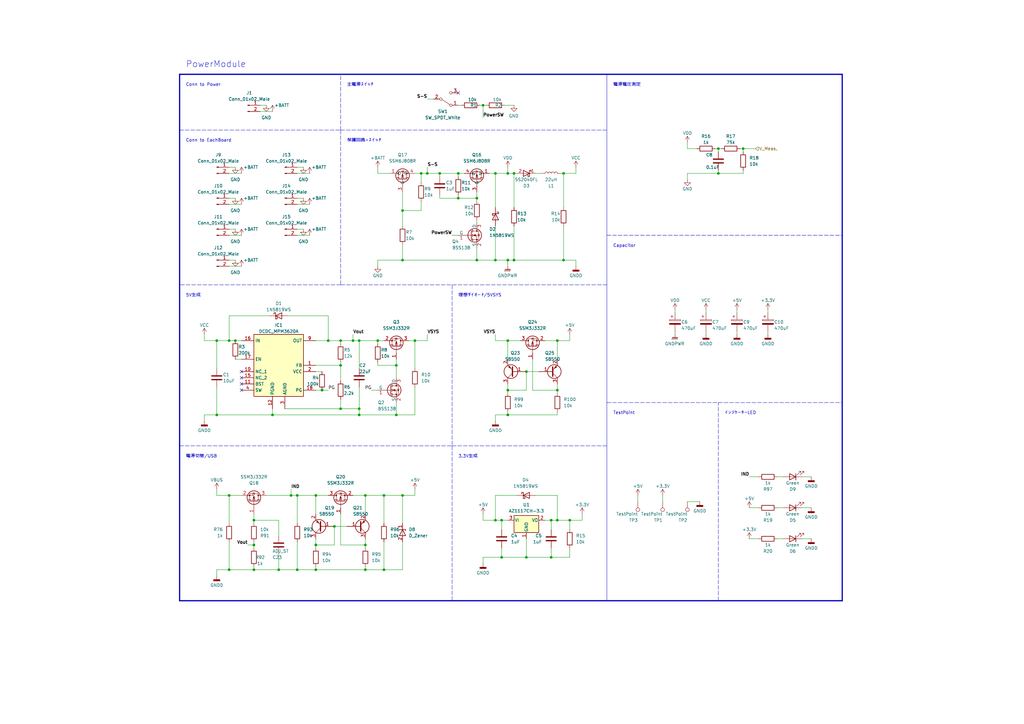
<source format=kicad_sch>
(kicad_sch (version 20230121) (generator eeschema)
  (paper "A3")
  (junction (at 129.54 233.68))
  (junction (at 119.38 203.2))
  (junction (at 195.58 106.68))
  (junction (at 187.96 81.28))
  (junction (at 157.48 233.68))
  (junction (at 139.7 139.7))
  (junction (at 170.18 139.7))
  (junction (at 149.86 233.68))
  (junction (at 233.68 213.36))
  (junction (at 198.12 43.18))
  (junction (at 132.08 160.02))
  (junction (at 172.72 71.12))
  (junction (at 137.16 215.9))
  (junction (at 93.98 233.68))
  (junction (at 208.28 71.12))
  (junction (at 104.14 213.36))
  (junction (at 96.52 139.7))
  (junction (at 111.76 170.18))
  (junction (at 149.86 203.2))
  (junction (at 226.06 228.6))
  (junction (at 114.3 233.68))
  (junction (at 165.1 106.68))
  (junction (at 165.1 86.36))
  (junction (at 203.2 106.68))
  (junction (at 162.56 170.18))
  (junction (at 210.82 106.68))
  (junction (at 195.58 81.28))
  (junction (at 93.98 203.2))
  (junction (at 134.62 139.7))
  (junction (at 129.54 203.2))
  (junction (at 228.6 139.7))
  (junction (at 147.32 170.18))
  (junction (at 121.92 203.2))
  (junction (at 203.2 213.36))
  (junction (at 147.32 139.7))
  (junction (at 139.7 149.86))
  (junction (at 162.56 149.86))
  (junction (at 121.92 233.68))
  (junction (at 187.96 71.12))
  (junction (at 175.26 71.12))
  (junction (at 208.28 139.7))
  (junction (at 231.14 106.68))
  (junction (at 231.14 71.12))
  (junction (at 228.6 213.36))
  (junction (at 226.06 213.36))
  (junction (at 208.28 160.02))
  (junction (at 205.74 228.6))
  (junction (at 205.74 213.36))
  (junction (at 180.34 71.12))
  (junction (at 294.64 71.12))
  (junction (at 228.6 160.02))
  (junction (at 157.48 203.2))
  (junction (at 147.32 167.64))
  (junction (at 304.8 60.96))
  (junction (at 215.9 152.4))
  (junction (at 139.7 167.64))
  (junction (at 210.82 71.12))
  (junction (at 215.9 228.6))
  (junction (at 149.86 223.52))
  (junction (at 165.1 203.2))
  (junction (at 208.28 170.18))
  (junction (at 208.28 106.68))
  (junction (at 294.64 60.96))
  (junction (at 104.14 223.52))
  (junction (at 93.98 139.7))
  (junction (at 104.14 233.68))
  (junction (at 203.2 71.12))
  (junction (at 144.78 139.7))
  (junction (at 88.9 139.7))
  (junction (at 154.94 139.7))
  (junction (at 129.54 223.52))
  (junction (at 88.9 170.18))
  (no_connect (at 187.96 38.1))
  (no_connect (at 99.06 157.48))
  (no_connect (at 99.06 154.94))
  (no_connect (at 99.06 160.02))
  (no_connect (at 99.06 152.4))
  (wire (pts (xy 226.06 224.79) (xy 226.06 228.6)))
  (wire (pts (xy 165.1 86.36) (xy 165.1 92.71)))
  (wire (pts (xy 139.7 210.82) (xy 139.7 223.52)))
  (wire (pts (xy 215.9 220.98) (xy 215.9 228.6)))
  (wire (pts (xy 114.3 227.33) (xy 114.3 233.68)))
  (wire (pts (xy 88.9 151.13) (xy 88.9 139.7)))
  (wire (pts (xy 238.76 210.82) (xy 238.76 213.36)))
  (wire (pts (xy 198.12 228.6) (xy 198.12 231.14)))
  (wire (pts (xy 318.77 195.58) (xy 321.31 195.58)))
  (wire (pts (xy 121.92 83.82) (xy 127 83.82)))
  (wire (pts (xy 208.28 160.02) (xy 215.9 160.02)))
  (wire (pts (xy 129.54 233.68) (xy 149.86 233.68)))
  (wire (pts (xy 170.18 170.18) (xy 162.56 170.18)))
  (wire (pts (xy 111.76 170.18) (xy 147.32 170.18)))
  (wire (pts (xy 203.2 170.18) (xy 203.2 172.72)))
  (wire (pts (xy 236.22 106.68) (xy 236.22 109.22)))
  (wire (pts (xy 121.92 233.68) (xy 129.54 233.68)))
  (wire (pts (xy 101.6 223.52) (xy 104.14 223.52)))
  (wire (pts (xy 205.74 228.6) (xy 215.9 228.6)))
  (wire (pts (xy 152.4 160.02) (xy 154.94 160.02)))
  (wire (pts (xy 111.76 167.64) (xy 111.76 170.18)))
  (polyline (pts (xy 345.44 30.48) (xy 345.44 246.38)) (stroke (width 0.5) (type solid)))
  (wire (pts (xy 289.56 135.89) (xy 289.56 137.16)))
  (wire (pts (xy 157.48 203.2) (xy 165.1 203.2)))
  (wire (pts (xy 139.7 148.59) (xy 139.7 149.86)))
  (wire (pts (xy 154.94 71.12) (xy 160.02 71.12)))
  (wire (pts (xy 93.98 233.68) (xy 104.14 233.68)))
  (wire (pts (xy 114.3 233.68) (xy 121.92 233.68)))
  (wire (pts (xy 210.82 71.12) (xy 212.09 71.12)))
  (wire (pts (xy 104.14 214.63) (xy 104.14 213.36)))
  (wire (pts (xy 170.18 200.66) (xy 170.18 203.2)))
  (wire (pts (xy 271.78 203.2) (xy 271.78 205.74)))
  (polyline (pts (xy 73.66 30.48) (xy 345.44 30.48)) (stroke (width 0.5) (type solid)))
  (wire (pts (xy 231.14 71.12) (xy 231.14 85.09)))
  (wire (pts (xy 228.6 213.36) (xy 233.68 213.36)))
  (polyline (pts (xy 139.7 53.34) (xy 139.7 116.84)) (stroke (width 0) (type dash)))
  (wire (pts (xy 129.54 232.41) (xy 129.54 233.68)))
  (wire (pts (xy 198.12 43.18) (xy 199.39 43.18)))
  (wire (pts (xy 149.86 232.41) (xy 149.86 233.68)))
  (wire (pts (xy 205.74 224.79) (xy 205.74 228.6)))
  (wire (pts (xy 195.58 78.74) (xy 195.58 81.28)))
  (wire (pts (xy 162.56 149.86) (xy 162.56 154.94)))
  (wire (pts (xy 93.98 129.54) (xy 110.49 129.54)))
  (wire (pts (xy 104.14 222.25) (xy 104.14 223.52)))
  (wire (pts (xy 261.62 203.2) (xy 261.62 205.74)))
  (wire (pts (xy 83.82 170.18) (xy 83.82 172.72)))
  (polyline (pts (xy 248.92 165.1) (xy 294.64 165.1)) (stroke (width 0) (type dash)))
  (wire (pts (xy 149.86 210.82) (xy 149.86 203.2)))
  (wire (pts (xy 228.6 168.91) (xy 228.6 170.18)))
  (wire (pts (xy 196.85 43.18) (xy 198.12 43.18)))
  (wire (pts (xy 170.18 158.75) (xy 170.18 170.18)))
  (wire (pts (xy 154.94 139.7) (xy 154.94 140.97)))
  (wire (pts (xy 187.96 71.12) (xy 190.5 71.12)))
  (wire (pts (xy 236.22 106.68) (xy 231.14 106.68)))
  (wire (pts (xy 228.6 147.32) (xy 228.6 139.7)))
  (wire (pts (xy 205.74 213.36) (xy 205.74 217.17)))
  (wire (pts (xy 210.82 106.68) (xy 231.14 106.68)))
  (wire (pts (xy 167.64 139.7) (xy 170.18 139.7)))
  (wire (pts (xy 180.34 71.12) (xy 180.34 72.39)))
  (wire (pts (xy 165.1 106.68) (xy 195.58 106.68)))
  (polyline (pts (xy 185.42 182.88) (xy 185.42 246.38)) (stroke (width 0) (type dash)))
  (wire (pts (xy 118.11 129.54) (xy 134.62 129.54)))
  (wire (pts (xy 172.72 71.12) (xy 175.26 71.12)))
  (wire (pts (xy 218.44 160.02) (xy 228.6 160.02)))
  (wire (pts (xy 144.78 137.16) (xy 144.78 139.7)))
  (wire (pts (xy 172.72 82.55) (xy 172.72 86.36)))
  (wire (pts (xy 187.96 80.01) (xy 187.96 81.28)))
  (wire (pts (xy 294.64 62.23) (xy 294.64 60.96)))
  (wire (pts (xy 154.94 68.58) (xy 154.94 71.12)))
  (wire (pts (xy 314.96 135.89) (xy 314.96 137.16)))
  (wire (pts (xy 203.2 106.68) (xy 208.28 106.68)))
  (wire (pts (xy 208.28 106.68) (xy 210.82 106.68)))
  (wire (pts (xy 154.94 139.7) (xy 157.48 139.7)))
  (wire (pts (xy 233.68 213.36) (xy 233.68 217.17)))
  (polyline (pts (xy 139.7 53.34) (xy 248.92 53.34)) (stroke (width 0) (type dash)))
  (wire (pts (xy 226.06 213.36) (xy 226.06 217.17)))
  (wire (pts (xy 304.8 69.85) (xy 304.8 71.12)))
  (wire (pts (xy 121.92 214.63) (xy 121.92 203.2)))
  (wire (pts (xy 129.54 139.7) (xy 134.62 139.7)))
  (wire (pts (xy 134.62 203.2) (xy 129.54 203.2)))
  (wire (pts (xy 198.12 213.36) (xy 203.2 213.36)))
  (polyline (pts (xy 248.92 116.84) (xy 139.7 116.84)) (stroke (width 0) (type dash)))
  (wire (pts (xy 172.72 86.36) (xy 165.1 86.36)))
  (wire (pts (xy 121.92 222.25) (xy 121.92 233.68)))
  (wire (pts (xy 137.16 215.9) (xy 142.24 215.9)))
  (wire (pts (xy 219.71 203.2) (xy 228.6 203.2)))
  (wire (pts (xy 93.98 93.98) (xy 96.52 93.98)))
  (wire (pts (xy 93.98 81.28) (xy 96.52 81.28)))
  (wire (pts (xy 137.16 223.52) (xy 137.16 215.9)))
  (wire (pts (xy 185.42 96.52) (xy 187.96 96.52)))
  (wire (pts (xy 93.98 96.52) (xy 99.06 96.52)))
  (wire (pts (xy 302.26 135.89) (xy 302.26 137.16)))
  (wire (pts (xy 96.52 147.32) (xy 99.06 147.32)))
  (wire (pts (xy 88.9 139.7) (xy 93.98 139.7)))
  (polyline (pts (xy 248.92 96.52) (xy 345.44 96.52)) (stroke (width 0) (type dash)))
  (wire (pts (xy 215.9 152.4) (xy 220.98 152.4)))
  (wire (pts (xy 93.98 129.54) (xy 93.98 139.7)))
  (wire (pts (xy 203.2 71.12) (xy 208.28 71.12)))
  (wire (pts (xy 215.9 228.6) (xy 226.06 228.6)))
  (wire (pts (xy 157.48 233.68) (xy 149.86 233.68)))
  (wire (pts (xy 83.82 139.7) (xy 88.9 139.7)))
  (wire (pts (xy 208.28 168.91) (xy 208.28 170.18)))
  (wire (pts (xy 147.32 167.64) (xy 147.32 158.75)))
  (wire (pts (xy 144.78 139.7) (xy 147.32 139.7)))
  (wire (pts (xy 175.26 40.64) (xy 177.8 40.64)))
  (wire (pts (xy 93.98 68.58) (xy 96.52 68.58)))
  (wire (pts (xy 187.96 43.18) (xy 189.23 43.18)))
  (wire (pts (xy 328.93 208.28) (xy 332.74 208.28)))
  (wire (pts (xy 129.54 152.4) (xy 132.08 152.4)))
  (wire (pts (xy 104.14 233.68) (xy 104.14 232.41)))
  (wire (pts (xy 157.48 222.25) (xy 157.48 233.68)))
  (wire (pts (xy 208.28 160.02) (xy 208.28 161.29)))
  (wire (pts (xy 129.54 223.52) (xy 129.54 224.79)))
  (wire (pts (xy 228.6 160.02) (xy 228.6 161.29)))
  (wire (pts (xy 175.26 68.58) (xy 175.26 71.12)))
  (wire (pts (xy 187.96 81.28) (xy 195.58 81.28)))
  (wire (pts (xy 219.71 71.12) (xy 222.25 71.12)))
  (wire (pts (xy 93.98 71.12) (xy 99.06 71.12)))
  (wire (pts (xy 104.14 233.68) (xy 114.3 233.68)))
  (wire (pts (xy 96.52 139.7) (xy 99.06 139.7)))
  (wire (pts (xy 93.98 109.22) (xy 99.06 109.22)))
  (wire (pts (xy 170.18 139.7) (xy 170.18 151.13)))
  (wire (pts (xy 154.94 148.59) (xy 154.94 149.86)))
  (wire (pts (xy 294.64 60.96) (xy 293.37 60.96)))
  (wire (pts (xy 203.2 137.16) (xy 203.2 139.7)))
  (wire (pts (xy 104.14 213.36) (xy 104.14 210.82)))
  (polyline (pts (xy 73.66 246.38) (xy 73.66 30.48)) (stroke (width 0.5) (type solid)))
  (wire (pts (xy 213.36 139.7) (xy 208.28 139.7)))
  (wire (pts (xy 180.34 81.28) (xy 187.96 81.28)))
  (polyline (pts (xy 73.66 53.34) (xy 139.7 53.34)) (stroke (width 0) (type dash)))
  (wire (pts (xy 208.28 109.22) (xy 208.28 106.68)))
  (wire (pts (xy 162.56 147.32) (xy 162.56 149.86)))
  (wire (pts (xy 203.2 203.2) (xy 203.2 213.36)))
  (wire (pts (xy 294.64 60.96) (xy 295.91 60.96)))
  (wire (pts (xy 294.64 69.85) (xy 294.64 71.12)))
  (wire (pts (xy 170.18 139.7) (xy 175.26 139.7)))
  (wire (pts (xy 175.26 71.12) (xy 180.34 71.12)))
  (wire (pts (xy 200.66 71.12) (xy 203.2 71.12)))
  (wire (pts (xy 93.98 106.68) (xy 96.52 106.68)))
  (wire (pts (xy 121.92 93.98) (xy 124.46 93.98)))
  (wire (pts (xy 165.1 203.2) (xy 170.18 203.2)))
  (polyline (pts (xy 294.64 246.38) (xy 294.64 165.1)) (stroke (width 0) (type dash)))
  (wire (pts (xy 88.9 233.68) (xy 93.98 233.68)))
  (wire (pts (xy 233.68 213.36) (xy 238.76 213.36)))
  (wire (pts (xy 195.58 81.28) (xy 195.58 82.55)))
  (polyline (pts (xy 185.42 182.88) (xy 248.92 182.88)) (stroke (width 0) (type dash)))
  (wire (pts (xy 106.68 45.72) (xy 111.76 45.72)))
  (wire (pts (xy 165.1 78.74) (xy 165.1 86.36)))
  (wire (pts (xy 139.7 139.7) (xy 139.7 140.97)))
  (wire (pts (xy 147.32 139.7) (xy 147.32 151.13)))
  (wire (pts (xy 119.38 200.66) (xy 119.38 203.2)))
  (wire (pts (xy 165.1 233.68) (xy 157.48 233.68)))
  (wire (pts (xy 226.06 228.6) (xy 233.68 228.6)))
  (wire (pts (xy 157.48 203.2) (xy 157.48 214.63)))
  (wire (pts (xy 276.86 127) (xy 276.86 128.27)))
  (wire (pts (xy 231.14 92.71) (xy 231.14 106.68)))
  (wire (pts (xy 149.86 223.52) (xy 149.86 224.79)))
  (wire (pts (xy 203.2 213.36) (xy 205.74 213.36)))
  (wire (pts (xy 208.28 170.18) (xy 228.6 170.18)))
  (wire (pts (xy 233.68 224.79) (xy 233.68 228.6)))
  (wire (pts (xy 281.94 60.96) (xy 285.75 60.96)))
  (wire (pts (xy 149.86 203.2) (xy 157.48 203.2)))
  (wire (pts (xy 203.2 71.12) (xy 203.2 85.09)))
  (polyline (pts (xy 139.7 116.84) (xy 73.66 116.84)) (stroke (width 0) (type dash)))
  (wire (pts (xy 139.7 163.83) (xy 139.7 167.64)))
  (wire (pts (xy 228.6 203.2) (xy 228.6 213.36)))
  (wire (pts (xy 129.54 203.2) (xy 129.54 210.82)))
  (wire (pts (xy 281.94 71.12) (xy 294.64 71.12)))
  (wire (pts (xy 121.92 68.58) (xy 124.46 68.58)))
  (wire (pts (xy 314.96 127) (xy 314.96 128.27)))
  (wire (pts (xy 170.18 71.12) (xy 172.72 71.12)))
  (wire (pts (xy 226.06 213.36) (xy 228.6 213.36)))
  (wire (pts (xy 198.12 43.18) (xy 198.12 48.26)))
  (polyline (pts (xy 139.7 53.34) (xy 139.7 30.48)) (stroke (width 0) (type dash)))
  (wire (pts (xy 276.86 135.89) (xy 276.86 137.16)))
  (wire (pts (xy 83.82 139.7) (xy 83.82 137.16)))
  (wire (pts (xy 203.2 92.71) (xy 203.2 106.68)))
  (wire (pts (xy 93.98 139.7) (xy 96.52 139.7)))
  (wire (pts (xy 88.9 236.22) (xy 88.9 233.68)))
  (wire (pts (xy 129.54 220.98) (xy 129.54 223.52)))
  (wire (pts (xy 93.98 203.2) (xy 99.06 203.2)))
  (wire (pts (xy 104.14 213.36) (xy 114.3 213.36)))
  (wire (pts (xy 104.14 223.52) (xy 104.14 224.79)))
  (wire (pts (xy 93.98 83.82) (xy 99.06 83.82)))
  (wire (pts (xy 218.44 147.32) (xy 218.44 160.02)))
  (wire (pts (xy 129.54 149.86) (xy 139.7 149.86)))
  (wire (pts (xy 210.82 71.12) (xy 208.28 71.12)))
  (polyline (pts (xy 248.92 30.48) (xy 248.92 246.38)) (stroke (width 0) (type solid)))
  (wire (pts (xy 139.7 223.52) (xy 149.86 223.52)))
  (wire (pts (xy 203.2 170.18) (xy 208.28 170.18)))
  (polyline (pts (xy 185.42 116.84) (xy 185.42 182.88)) (stroke (width 0) (type dash)))
  (wire (pts (xy 195.58 101.6) (xy 195.58 106.68)))
  (wire (pts (xy 208.28 157.48) (xy 208.28 160.02)))
  (wire (pts (xy 318.77 208.28) (xy 321.31 208.28)))
  (wire (pts (xy 289.56 127) (xy 289.56 128.27)))
  (wire (pts (xy 134.62 139.7) (xy 139.7 139.7)))
  (wire (pts (xy 165.1 106.68) (xy 154.94 106.68)))
  (wire (pts (xy 114.3 219.71) (xy 114.3 213.36)))
  (wire (pts (xy 307.34 208.28) (xy 311.15 208.28)))
  (wire (pts (xy 121.92 203.2) (xy 129.54 203.2)))
  (wire (pts (xy 304.8 60.96) (xy 309.88 60.96)))
  (wire (pts (xy 208.28 68.58) (xy 208.28 71.12)))
  (wire (pts (xy 328.93 220.98) (xy 332.74 220.98)))
  (wire (pts (xy 154.94 106.68) (xy 154.94 109.22)))
  (wire (pts (xy 304.8 60.96) (xy 304.8 62.23)))
  (wire (pts (xy 134.62 129.54) (xy 134.62 139.7)))
  (wire (pts (xy 144.78 203.2) (xy 149.86 203.2)))
  (wire (pts (xy 281.94 205.74) (xy 287.02 205.74)))
  (wire (pts (xy 139.7 167.64) (xy 147.32 167.64)))
  (wire (pts (xy 129.54 160.02) (xy 132.08 160.02)))
  (wire (pts (xy 233.68 137.16) (xy 233.68 139.7)))
  (polyline (pts (xy 294.64 165.1) (xy 345.44 165.1)) (stroke (width 0) (type dash)))
  (wire (pts (xy 187.96 71.12) (xy 187.96 72.39)))
  (wire (pts (xy 281.94 73.66) (xy 281.94 71.12)))
  (wire (pts (xy 149.86 220.98) (xy 149.86 223.52)))
  (wire (pts (xy 175.26 137.16) (xy 175.26 139.7)))
  (wire (pts (xy 302.26 127) (xy 302.26 128.27)))
  (wire (pts (xy 83.82 170.18) (xy 88.9 170.18)))
  (wire (pts (xy 109.22 203.2) (xy 119.38 203.2)))
  (wire (pts (xy 88.9 170.18) (xy 111.76 170.18)))
  (wire (pts (xy 203.2 203.2) (xy 212.09 203.2)))
  (wire (pts (xy 294.64 71.12) (xy 304.8 71.12)))
  (wire (pts (xy 281.94 58.42) (xy 281.94 60.96)))
  (wire (pts (xy 147.32 167.64) (xy 147.32 170.18)))
  (wire (pts (xy 88.9 203.2) (xy 93.98 203.2)))
  (wire (pts (xy 132.08 160.02) (xy 134.62 160.02)))
  (wire (pts (xy 228.6 157.48) (xy 228.6 160.02)))
  (wire (pts (xy 223.52 213.36) (xy 226.06 213.36)))
  (wire (pts (xy 215.9 160.02) (xy 215.9 152.4)))
  (wire (pts (xy 203.2 139.7) (xy 208.28 139.7)))
  (wire (pts (xy 154.94 149.86) (xy 162.56 149.86)))
  (wire (pts (xy 139.7 139.7) (xy 144.78 139.7)))
  (wire (pts (xy 229.87 71.12) (xy 231.14 71.12)))
  (wire (pts (xy 106.68 43.18) (xy 109.22 43.18)))
  (wire (pts (xy 210.82 92.71) (xy 210.82 106.68)))
  (wire (pts (xy 208.28 139.7) (xy 208.28 147.32)))
  (wire (pts (xy 207.01 43.18) (xy 210.82 43.18)))
  (wire (pts (xy 228.6 139.7) (xy 233.68 139.7)))
  (wire (pts (xy 121.92 81.28) (xy 124.46 81.28)))
  (wire (pts (xy 165.1 203.2) (xy 165.1 214.63)))
  (wire (pts (xy 180.34 80.01) (xy 180.34 81.28)))
  (wire (pts (xy 210.82 71.12) (xy 210.82 85.09)))
  (wire (pts (xy 165.1 222.25) (xy 165.1 233.68)))
  (wire (pts (xy 121.92 96.52) (xy 127 96.52)))
  (wire (pts (xy 129.54 223.52) (xy 137.16 223.52)))
  (wire (pts (xy 236.22 68.58) (xy 236.22 71.12)))
  (wire (pts (xy 307.34 220.98) (xy 311.15 220.98)))
  (wire (pts (xy 307.34 195.58) (xy 311.15 195.58)))
  (wire (pts (xy 88.9 158.75) (xy 88.9 170.18)))
  (wire (pts (xy 121.92 71.12) (xy 127 71.12)))
  (wire (pts (xy 205.74 213.36) (xy 208.28 213.36)))
  (wire (pts (xy 195.58 90.17) (xy 195.58 91.44)))
  (wire (pts (xy 165.1 100.33) (xy 165.1 106.68)))
  (wire (pts (xy 93.98 222.25) (xy 93.98 233.68)))
  (wire (pts (xy 147.32 170.18) (xy 162.56 170.18)))
  (wire (pts (xy 147.32 139.7) (xy 154.94 139.7)))
  (wire (pts (xy 231.14 71.12) (xy 236.22 71.12)))
  (wire (pts (xy 328.93 195.58) (xy 332.74 195.58)))
  (wire (pts (xy 172.72 71.12) (xy 172.72 74.93)))
  (polyline (pts (xy 345.44 246.38) (xy 73.66 246.38)) (stroke (width 0.5) (type solid)))
  (wire (pts (xy 93.98 203.2) (xy 93.98 214.63)))
  (polyline (pts (xy 73.66 182.88) (xy 185.42 182.88)) (stroke (width 0) (type dash)))
  (wire (pts (xy 180.34 71.12) (xy 187.96 71.12)))
  (wire (pts (xy 139.7 149.86) (xy 139.7 156.21)))
  (wire (pts (xy 198.12 228.6) (xy 205.74 228.6)))
  (wire (pts (xy 88.9 200.66) (xy 88.9 203.2)))
  (wire (pts (xy 318.77 220.98) (xy 321.31 220.98)))
  (wire (pts (xy 119.38 203.2) (xy 121.92 203.2)))
  (wire (pts (xy 223.52 139.7) (xy 228.6 139.7)))
  (wire (pts (xy 195.58 106.68) (xy 203.2 106.68)))
  (wire (pts (xy 303.53 60.96) (xy 304.8 60.96)))
  (wire (pts (xy 116.84 167.64) (xy 139.7 167.64)))
  (wire (pts (xy 162.56 165.1) (xy 162.56 170.18)))
  (wire (pts (xy 198.12 210.82) (xy 198.12 213.36)))
  (text "5V生成" (at 76.2 121.92 0) (effects (font (size 1.27 1.27)) (justify left bottom)))
  (text "電源切替/USB" (at 76.2 187.96 0) (effects (font (size 1.27 1.27)) (justify left bottom)))
  (text "電源電圧測定" (at 251.46 35.56 0) (effects (font (size 1.27 1.27)) (justify left bottom)))
  (text "Conn to EachBoard" (at 76.2 58.42 0) (effects (font (size 1.27 1.27)) (justify left bottom)))
  (text "3.3V生成" (at 187.96 187.96 0) (effects (font (size 1.27 1.27)) (justify left bottom)))
  (text "主電源スイッチ" (at 142.24 35.56 0) (effects (font (size 1.27 1.27)) (justify left bottom)))
  (text "Conn to Power" (at 76.2 35.56 0) (effects (font (size 1.27 1.27)) (justify left bottom)))
  (text "理想ダイオード/5VSYS" (at 187.96 121.92 0) (effects (font (size 1.27 1.27)) (justify left bottom)))
  (text "保護回路・スイッチ" (at 142.24 58.42 0) (effects (font (size 1.27 1.27)) (justify left bottom)))
  (text "TestPoint" (at 251.46 170.18 0) (effects (font (size 1.27 1.27)) (justify left bottom)))
  (text "Capacitor" (at 251.46 101.6 0) (effects (font (size 1.27 1.27)) (justify left bottom)))
  (text "インジケーターLED" (at 297.18 170.18 0) (effects (font (size 1.27 1.27)) (justify left bottom)))
  (text "PowerModule" (at 76.2 27.94 0) (effects (font (size 2.54 2.54)) (justify left bottom)))
  (label "Vout" (at 144.78 137.16 0) (effects (font (thickness 0.254) bold)))
  (label "Vout" (at 101.6 223.52 180) (effects (font (thickness 0.254) bold)))
  (label "VSYS" (at 175.26 137.16 0) (effects (font (thickness 0.254) bold)))
  (label "VSYS" (at 203.2 137.16 180) (effects (font (thickness 0.254) bold)))
  (label "PowerSW" (at 185.42 96.52 180) (effects (font (thickness 0.254) bold)))
  (label "S-S" (at 175.26 40.64 180) (effects (font (thickness 0.254) bold)))
  (label "IND" (at 119.38 200.66 0) (effects (font (thickness 0.254) bold)))
  (label "S-S" (at 175.26 68.58 0) (effects (font (thickness 0.254) bold)))
  (label "IND" (at 307.34 195.58 180) (effects (font (thickness 0.254) bold)))
  (label "PowerSW" (at 198.12 48.26 0) (effects (font (thickness 0.254) bold)))
  (label "PG" (at 152.4 160.02 180))
  (label "PG" (at 134.62 160.02 0))
  (hierarchical_label "V_Meas." (shape input) (at 309.88 60.96 0))
  (symbol (lib_id "Device:C_Polarized") (at 276.86 132.08 0) (unit 1)
    (property "Reference" "C6" (at 279.4 132.08 0) (effects (justify left)))
    (property "Value" "470uF" (at 279.4 134.62 0) (effects (justify left)))
    (property "Footprint" "Capacitor_SMD:C_Elec_8x10.2" (effects hide))
  )
  (symbol (lib_id "power:GND") (at 154.94 109.22 0) (unit 1)
    (property "Reference" "#PWR05" (effects hide))
    (property "Value" "GND" (at 154.94 113.03 0))
  )
  (symbol (lib_id "Device:R") (at 289.56 60.96 90) (unit 1)
    (property "Reference" "R16" (at 289.56 55.88 90))
    (property "Value" "1k" (at 289.56 58.42 90))
    (property "Footprint" "Resistor_SMD:R_0603_1608Metric" (effects hide))
  )
  (symbol (lib_id "Device:LED") (at 325.12 195.58 180) (unit 1)
    (property "Reference" "D9" (at 325.12 200.66 0))
    (property "Value" "Green" (at 325.12 198.12 0))
    (property "Footprint" "LED_SMD:LED_0603_1608Metric_Pad1.05x0.95mm_HandSolder" (effects hide))
  )
  (symbol (lib_id "Device:R") (at 172.72 78.74 0) (unit 1)
    (property "Reference" "R9" (at 173.99 77.47 0) (effects (justify left)))
    (property "Value" "10k" (at 173.99 80.01 0) (effects (justify left)))
    (property "Footprint" "Resistor_SMD:R_0402_1005Metric" (effects hide))
  )
  (symbol (lib_id "Device:L") (at 226.06 71.12 90) (unit 1)
    (property "Reference" "L1" (at 226.06 76.2 90))
    (property "Value" "22uH" (at 226.06 73.66 90))
    (property "Footprint" "MyLibrary:Inductor_CDPH4D19F" (effects hide))
  )
  (symbol (lib_id "power:+5V") (at 198.12 210.82 0) (unit 1)
    (property "Reference" "#PWR07" (effects hide))
    (property "Value" "+5V" (at 198.12 207.01 0))
  )
  (symbol (lib_name "Q_NMOS_GSD_1") (lib_id "Device:Q_NMOS_GSD") (at 160.02 160.02 0) (unit 1)
    (property "Reference" "Q2" (at 154.94 165.1 0) (effects (justify left)))
    (property "Value" "BSS138" (at 154.94 167.64 0) (effects (justify left)))
    (property "Footprint" "Package_TO_SOT_SMD:SOT-23" (effects hide))
  )
  (symbol (lib_id "Device:Q_PNP_BEC") (at 132.08 215.9 180) (unit 1)
    (property "Reference" "Q19" (at 137.16 208.28 0) (effects (justify left)))
    (property "Value" "S8550" (at 137.16 210.82 0) (effects (justify left)))
    (property "Footprint" "Package_TO_SOT_SMD:SOT-23" (effects hide))
  )
  (symbol (lib_id "MyLibrary:DCDC_MPM3620A") (at 99.06 137.16 0) (unit 1)
    (property "Reference" "IC1" (at 114.3 133.35 0))
    (property "Value" "DCDC_MPM3620A" (at 114.3 135.89 0))
    (property "Footprint" "MyLibrary:DCDC_MPM3620A" (effects hide))
    (property "Datasheet" "http://www.monolithicpower.com/DesktopModules/DocumentManage/API/Document/getDocument?id=3961" (effects hide))
    (property "Height" "1.6" (effects hide))
    (property "Mouser Part Number" "946-MPM3620AGQV-Z" (effects hide))
    (property "Mouser Price/Stock" "https://www.mouser.co.uk/ProductDetail/Monolithic-Power-Systems-MPS/MPM3620AGQV-Z?qs=ZNK0BnemlqGJsP1og9mZvg%3D%3D" (effects hide))
    (property "Manufacturer_Name" "Monolithic Power Systems (MPS)" (effects hide))
    (property "Manufacturer_Part_Number" "MPM3620AGQV-Z" (effects hide))
  )
  (symbol (lib_id "power:+3.3V") (at 238.76 210.82 0) (unit 1)
    (property "Reference" "#PWR013" (effects hide))
    (property "Value" "+3.3V" (at 238.76 207.01 0))
  )
  (symbol (lib_id "Device:R") (at 208.28 165.1 180) (unit 1)
    (property "Reference" "R99" (at 210.82 163.8299 0) (effects (justify right)))
    (property "Value" "10k" (at 210.82 166.3699 0) (effects (justify right)))
    (property "Footprint" "Resistor_SMD:R_0402_1005Metric" (effects hide))
  )
  (symbol (lib_id "power:+BATT") (at 127 71.12 0) (unit 1)
    (property "Reference" "#PWR037" (effects hide))
    (property "Value" "+BATT" (at 130.81 68.58 0))
  )
  (symbol (lib_id "Connector:TestPoint") (at 271.78 205.74 180) (unit 1)
    (property "Reference" "TP1" (at 271.78 213.36 0) (effects (justify left)))
    (property "Value" "TestPoint" (at 271.78 210.82 0) (effects (justify left)))
    (property "Footprint" "TestPoint:TestPoint_THTPad_D2.0mm_Drill1.0mm" (effects hide))
  )
  (symbol (lib_id "power:GND") (at 96.52 81.28 0) (unit 1)
    (property "Reference" "#PWR099" (effects hide))
    (property "Value" "GND" (at 96.52 86.36 0))
  )
  (symbol (lib_id "power:+5V") (at 170.18 200.66 0) (mirror y) (unit 1)
    (property "Reference" "#PWR0119" (effects hide))
    (property "Value" "+5V" (at 170.18 196.85 0))
  )
  (symbol (lib_id "power:+3.3V") (at 307.34 220.98 0) (unit 1)
    (property "Reference" "#PWR025" (effects hide))
    (property "Value" "+3.3V" (at 307.34 217.17 0))
  )
  (symbol (lib_id "power:+BATT") (at 127 83.82 0) (unit 1)
    (property "Reference" "#PWR036" (effects hide))
    (property "Value" "+BATT" (at 130.81 81.28 0))
  )
  (symbol (lib_id "power:+BATT") (at 111.76 45.72 0) (unit 1)
    (property "Reference" "#PWR030" (effects hide))
    (property "Value" "+BATT" (at 115.57 43.18 0))
  )
  (symbol (lib_name "D_Schottky_3") (lib_id "Device:D_Schottky") (at 114.3 129.54 0) (unit 1)
    (property "Reference" "D1" (at 114.3 124.46 0))
    (property "Value" "1N5819WS" (at 114.3 127 0))
    (property "Footprint" "Diode_SMD:D_SOD-323_HandSoldering" (effects hide))
  )
  (symbol (lib_id "power:GNDD") (at 332.74 195.58 0) (unit 1)
    (property "Reference" "#PWR0124" (effects hide))
    (property "Value" "GNDD" (at 332.74 199.39 0))
  )
  (symbol (lib_id "Device:R") (at 195.58 86.36 0) (mirror y) (unit 1)
    (property "Reference" "R12" (at 194.31 85.09 0) (effects (justify left)))
    (property "Value" "10k" (at 194.31 87.63 0) (effects (justify left)))
    (property "Footprint" "Resistor_SMD:R_0402_1005Metric" (effects hide))
  )
  (symbol (lib_id "Device:R") (at 203.2 43.18 90) (unit 1)
    (property "Reference" "R2" (at 205.74 43.18 90) (effects (justify left)))
    (property "Value" "10k" (at 205.74 40.8686 90) (effects (justify left)))
    (property "Footprint" "Resistor_SMD:R_0402_1005Metric" (effects hide))
  )
  (symbol (lib_id "power:GNDPWR") (at 276.86 137.16 0) (unit 1)
    (property "Reference" "#PWR016" (effects hide))
    (property "Value" "GNDPWR" (at 276.733 140.97 0))
  )
  (symbol (lib_id "Device:C_Polarized") (at 289.56 132.08 0) (unit 1)
    (property "Reference" "C7" (at 292.1 132.08 0) (effects (justify left)))
    (property "Value" "470uF" (at 292.1 134.62 0) (effects (justify left)))
    (property "Footprint" "Capacitor_SMD:C_Elec_8x10.2" (effects hide))
  )
  (symbol (lib_name "Q_NMOS_GSD_1") (lib_id "Device:Q_NMOS_GSD") (at 193.04 96.52 0) (unit 1)
    (property "Reference" "Q4" (at 185.42 99.06 0) (effects (justify left)))
    (property "Value" "BSS138" (at 185.42 101.6 0) (effects (justify left)))
    (property "Footprint" "Package_TO_SOT_SMD:SOT-23" (effects hide))
  )
  (symbol (lib_id "Device:R") (at 299.72 60.96 90) (unit 1)
    (property "Reference" "R17" (at 299.72 55.88 90))
    (property "Value" "75k" (at 299.72 58.42 90))
    (property "Footprint" "Resistor_SMD:R_0603_1608Metric" (effects hide))
  )
  (symbol (lib_id "Connector:Conn_01x02_Male") (at 116.84 93.98 0) (unit 1)
    (property "Reference" "J15" (at 117.475 88.9 0))
    (property "Value" "Conn_01x02_Male" (at 117.475 91.44 0))
    (property "Footprint" "Connector_Molex:Molex_SPOX_5267-02A_1x02_P2.50mm_Vertical" (effects hide))
  )
  (symbol (lib_id "Connector:Conn_01x02_Male") (at 88.9 93.98 0) (unit 1)
    (property "Reference" "J11" (at 89.535 88.9 0))
    (property "Value" "Conn_01x02_Male" (at 89.535 91.44 0))
    (property "Footprint" "Connector_Molex:Molex_SPOX_5267-02A_1x02_P2.50mm_Vertical" (effects hide))
  )
  (symbol (lib_id "Device:C") (at 180.34 76.2 0) (unit 1)
    (property "Reference" "C3" (at 182.88 74.93 0) (effects (justify left)))
    (property "Value" "1uF" (at 182.88 77.47 0) (effects (justify left)))
    (property "Footprint" "Capacitor_SMD:C_0402_1005Metric" (effects hide))
  )
  (symbol (lib_id "power:VDD") (at 208.28 68.58 0) (unit 1)
    (property "Reference" "#PWR09" (effects hide))
    (property "Value" "VDD" (at 208.28 64.77 0))
  )
  (symbol (lib_id "Device:R") (at 121.92 218.44 180) (unit 1)
    (property "Reference" "R93" (at 124.46 217.1699 0) (effects (justify right)))
    (property "Value" "10k" (at 124.46 219.7099 0) (effects (justify right)))
    (property "Footprint" "Resistor_SMD:R_0402_1005Metric" (effects hide))
  )
  (symbol (lib_id "power:GNDD") (at 88.9 236.22 0) (unit 1)
    (property "Reference" "#PWR0118" (effects hide))
    (property "Value" "GNDD" (at 88.9 240.03 0))
  )
  (symbol (lib_id "power:GNDD") (at 332.74 220.98 0) (unit 1)
    (property "Reference" "#PWR029" (effects hide))
    (property "Value" "GNDD" (at 332.74 224.79 0))
  )
  (symbol (lib_id "power:GNDD") (at 203.2 172.72 0) (unit 1)
    (property "Reference" "#PWR0120" (effects hide))
    (property "Value" "GNDD" (at 203.2 176.53 0))
  )
  (symbol (lib_id "Device:C") (at 147.32 154.94 0) (unit 1)
    (property "Reference" "C2" (at 147.32 149.86 0) (effects (justify left)))
    (property "Value" "22uF" (at 147.32 152.4 0) (effects (justify left)))
    (property "Footprint" "Capacitor_SMD:C_0805_2012Metric" (effects hide))
  )
  (symbol (lib_id "Device:C_Polarized") (at 302.26 132.08 0) (unit 1)
    (property "Reference" "C9" (at 304.8 132.08 0) (effects (justify left)))
    (property "Value" "470uF" (at 304.8 134.62 0) (effects (justify left)))
    (property "Footprint" "Capacitor_SMD:C_Elec_8x10.2" (effects hide))
  )
  (symbol (lib_id "power:+5V") (at 261.62 203.2 0) (unit 1)
    (property "Reference" "#PWR06" (effects hide))
    (property "Value" "+5V" (at 261.62 199.39 0))
  )
  (symbol (lib_id "power:+5V") (at 307.34 208.28 0) (unit 1)
    (property "Reference" "#PWR024" (effects hide))
    (property "Value" "+5V" (at 307.34 204.47 0))
  )
  (symbol (lib_id "Device:R") (at 96.52 143.51 180) (unit 1)
    (property "Reference" "R3" (at 97.79 142.24 0) (effects (justify right)))
    (property "Value" "200k" (at 97.79 144.78 0) (effects (justify right)))
    (property "Footprint" "Resistor_SMD:R_0402_1005Metric" (effects hide))
  )
  (symbol (lib_id "power:+5V") (at 302.26 127 0) (unit 1)
    (property "Reference" "#PWR022" (effects hide))
    (property "Value" "+5V" (at 302.26 123.19 0))
  )
  (symbol (lib_id "power:VDD") (at 276.86 127 0) (unit 1)
    (property "Reference" "#PWR015" (effects hide))
    (property "Value" "VDD" (at 276.86 123.19 0))
  )
  (symbol (lib_id "power:GND") (at 124.46 68.58 0) (unit 1)
    (property "Reference" "#PWR0115" (effects hide))
    (property "Value" "GND" (at 124.46 73.66 0))
  )
  (symbol (lib_id "power:GND") (at 96.52 106.68 0) (unit 1)
    (property "Reference" "#PWR0114" (effects hide))
    (property "Value" "GND" (at 96.52 111.76 0))
  )
  (symbol (lib_id "Device:R") (at 165.1 96.52 0) (unit 1)
    (property "Reference" "R7" (at 166.37 95.25 0) (effects (justify left)))
    (property "Value" "10k" (at 166.37 97.79 0) (effects (justify left)))
    (property "Footprint" "Resistor_SMD:R_0402_1005Metric" (effects hide))
  )
  (symbol (lib_id "power:+BATT") (at 99.06 109.22 0) (unit 1)
    (property "Reference" "#PWR034" (effects hide))
    (property "Value" "+BATT" (at 102.87 106.68 0))
  )
  (symbol (lib_id "Device:R") (at 104.14 218.44 0) (mirror x) (unit 1)
    (property "Reference" "R91" (at 106.68 219.7101 0) (effects (justify left)))
    (property "Value" "10k" (at 106.68 217.1701 0) (effects (justify left)))
    (property "Footprint" "Resistor_SMD:R_0402_1005Metric" (effects hide))
  )
  (symbol (lib_id "power:GNDD") (at 198.12 231.14 0) (unit 1)
    (property "Reference" "#PWR08" (effects hide))
    (property "Value" "GNDD" (at 198.12 234.95 0))
  )
  (symbol (lib_id "Device:R") (at 193.04 43.18 90) (unit 1)
    (property "Reference" "R1" (at 195.58 43.18 90) (effects (justify left)))
    (property "Value" "10k" (at 195.58 40.8686 90) (effects (justify left)))
    (property "Footprint" "Resistor_SMD:R_0402_1005Metric" (effects hide))
  )
  (symbol (lib_id "Switch:SW_SPDT") (at 182.88 40.64 0) (mirror x) (unit 1)
    (property "Reference" "SW1" (at 181.61 45.72 0))
    (property "Value" "SW_SPDT_White" (at 181.61 48.26 0))
    (property "Footprint" "MyLibrary:SW_Slide_SPDT_White" (effects hide))
  )
  (symbol (lib_id "Device:R") (at 129.54 228.6 180) (unit 1)
    (property "Reference" "R94" (at 132.08 227.3299 0) (effects (justify right)))
    (property "Value" "10k" (at 132.08 229.8699 0) (effects (justify right)))
    (property "Footprint" "Resistor_SMD:R_0402_1005Metric" (effects hide))
  )
  (symbol (lib_id "Device:R") (at 304.8 66.04 0) (unit 1)
    (property "Reference" "R18" (at 307.34 64.7699 0) (effects (justify left)))
    (property "Value" "10k" (at 307.34 67.3099 0) (effects (justify left)))
    (property "Footprint" "Resistor_SMD:R_0603_1608Metric" (effects hide))
  )
  (symbol (lib_id "Device:Q_PMOS_GSD") (at 218.44 142.24 90) (unit 1)
    (property "Reference" "Q24" (at 218.44 132.08 90))
    (property "Value" "SSM3J332R" (at 218.44 134.62 90))
    (property "Footprint" "Package_TO_SOT_SMD:SOT-23W" (effects hide))
  )
  (symbol (lib_id "Device:Q_PMOS_GSD") (at 104.14 205.74 270) (mirror x) (unit 1)
    (property "Reference" "Q18" (at 104.14 198.12 90))
    (property "Value" "SSM3J332R" (at 104.14 195.58 90))
    (property "Footprint" "Package_TO_SOT_SMD:SOT-23W" (effects hide))
  )
  (symbol (lib_id "Connector:Conn_01x02_Male") (at 101.6 43.18 0) (unit 1)
    (property "Reference" "J1" (at 102.235 38.1 0))
    (property "Value" "Conn_01x02_Male" (at 102.235 40.64 0))
    (property "Footprint" "Connector_AMASS:AMASS_XT30PW-M_1x02_P2.50mm_Horizontal" (effects hide))
  )
  (symbol (lib_id "Device:R") (at 228.6 165.1 180) (unit 1)
    (property "Reference" "R100" (at 231.14 163.8299 0) (effects (justify right)))
    (property "Value" "10k" (at 231.14 166.3699 0) (effects (justify right)))
    (property "Footprint" "Resistor_SMD:R_0402_1005Metric" (effects hide))
  )
  (symbol (lib_id "Device:R") (at 149.86 228.6 180) (unit 1)
    (property "Reference" "R95" (at 152.4 227.3299 0) (effects (justify right)))
    (property "Value" "10k" (at 152.4 229.8699 0) (effects (justify right)))
    (property "Footprint" "Resistor_SMD:R_0402_1005Metric" (effects hide))
  )
  (symbol (lib_id "Connector:TestPoint") (at 281.94 205.74 180) (unit 1)
    (property "Reference" "TP2" (at 281.94 213.36 0) (effects (justify left)))
    (property "Value" "TestPoint" (at 281.94 210.82 0) (effects (justify left)))
    (property "Footprint" "TestPoint:TestPoint_THTPad_D2.0mm_Drill1.0mm" (effects hide))
  )
  (symbol (lib_id "Device:R") (at 139.7 160.02 180) (unit 1)
    (property "Reference" "R6" (at 140.97 158.75 0) (effects (justify right)))
    (property "Value" "2.2k" (at 140.97 161.29 0) (effects (justify right)))
    (property "Footprint" "Resistor_SMD:R_0402_1005Metric" (effects hide))
  )
  (symbol (lib_id "power:+BATT") (at 99.06 71.12 0) (unit 1)
    (property "Reference" "#PWR031" (effects hide))
    (property "Value" "+BATT" (at 102.87 68.58 0))
  )
  (symbol (lib_id "power:GND") (at 124.46 81.28 0) (unit 1)
    (property "Reference" "#PWR0116" (effects hide))
    (property "Value" "GND" (at 124.46 86.36 0))
  )
  (symbol (lib_id "Device:R") (at 132.08 156.21 0) (mirror x) (unit 1)
    (property "Reference" "R4" (at 130.81 154.94 0) (effects (justify right)))
    (property "Value" "100k" (at 130.81 157.48 0) (effects (justify right)))
    (property "Footprint" "Resistor_SMD:R_0402_1005Metric" (effects hide))
  )
  (symbol (lib_name "D_Schottky_3") (lib_id "Device:D_Schottky") (at 203.2 88.9 270) (unit 1)
    (property "Reference" "D2" (at 200.66 93.98 90) (effects (justify left)))
    (property "Value" "1N5819WS" (at 200.66 96.52 90) (effects (justify left)))
    (property "Footprint" "Diode_SMD:D_SOD-323_HandSoldering" (effects hide))
  )
  (symbol (lib_id "power:GNDD") (at 83.82 172.72 0) (unit 1)
    (property "Reference" "#PWR02" (effects hide))
    (property "Value" "GNDD" (at 83.82 176.53 0))
  )
  (symbol (lib_id "power:GND") (at 210.82 43.18 0) (mirror y) (unit 1)
    (property "Reference" "#PWR03" (effects hide))
    (property "Value" "GND" (at 210.693 47.5742 0))
  )
  (symbol (lib_id "Connector:Conn_01x02_Male") (at 88.9 81.28 0) (unit 1)
    (property "Reference" "J10" (at 89.535 76.2 0))
    (property "Value" "Conn_01x02_Male" (at 89.535 78.74 0))
    (property "Footprint" "Connector_Molex:Molex_SPOX_5267-02A_1x02_P2.50mm_Vertical" (effects hide))
  )
  (symbol (lib_id "Regulator_Linear:AMS1117CD-3.3") (at 215.9 213.36 0) (unit 1)
    (property "Reference" "U1" (at 215.9 207.01 0))
    (property "Value" "AZ1117CH-3.3" (at 215.9 209.55 0))
    (property "Footprint" "Package_TO_SOT_SMD:SOT-223-3_TabPin2" (effects hide))
    (property "Datasheet" "http://www.advanced-monolithic.com/pdf/ds1117.pdf" (effects hide))
  )
  (symbol (lib_id "Device:R") (at 139.7 144.78 180) (unit 1)
    (property "Reference" "R5" (at 140.97 143.51 0) (effects (justify right)))
    (property "Value" "12k" (at 140.97 146.05 0) (effects (justify right)))
    (property "Footprint" "Resistor_SMD:R_0402_1005Metric" (effects hide))
  )
  (symbol (lib_id "power:VDD") (at 281.94 58.42 0) (unit 1)
    (property "Reference" "#PWR017" (effects hide))
    (property "Value" "VDD" (at 281.94 54.61 0))
  )
  (symbol (lib_id "Connector:Conn_01x02_Male") (at 88.9 106.68 0) (unit 1)
    (property "Reference" "J12" (at 89.535 101.6 0))
    (property "Value" "Conn_01x02_Male" (at 89.535 104.14 0))
    (property "Footprint" "Connector_Molex:Molex_SPOX_5267-02A_1x02_P2.50mm_Vertical" (effects hide))
  )
  (symbol (lib_id "Device:R") (at 314.96 195.58 270) (mirror x) (unit 1)
    (property "Reference" "R97" (at 314.96 200.66 90))
    (property "Value" "1k" (at 314.96 198.12 90))
    (property "Footprint" "Resistor_SMD:R_0402_1005Metric" (effects hide))
  )
  (symbol (lib_id "power:GNDD") (at 302.26 137.16 0) (unit 1)
    (property "Reference" "#PWR023" (effects hide))
    (property "Value" "GNDD" (at 302.26 140.97 0))
  )
  (symbol (lib_id "Device:C") (at 88.9 154.94 0) (unit 1)
    (property "Reference" "C1" (at 91.44 153.67 0) (effects (justify left)))
    (property "Value" "10uF" (at 91.44 156.21 0) (effects (justify left)))
    (property "Footprint" "Capacitor_SMD:C_1206_3216Metric" (effects hide))
  )
  (symbol (lib_id "power:VCC") (at 236.22 68.58 0) (unit 1)
    (property "Reference" "#PWR011" (effects hide))
    (property "Value" "VCC" (at 236.22 64.77 0))
  )
  (symbol (lib_id "Device:R") (at 157.48 218.44 180) (unit 1)
    (property "Reference" "R96" (at 160.02 217.1699 0) (effects (justify right)))
    (property "Value" "10k" (at 160.02 219.7099 0) (effects (justify right)))
    (property "Footprint" "Resistor_SMD:R_0402_1005Metric" (effects hide))
  )
  (symbol (lib_id "Device:R") (at 154.94 144.78 0) (unit 1)
    (property "Reference" "R8" (at 156.21 143.51 0) (effects (justify left)))
    (property "Value" "10k" (at 156.21 146.05 0) (effects (justify left)))
    (property "Footprint" "Resistor_SMD:R_0402_1005Metric" (effects hide))
  )
  (symbol (lib_id "Device:R") (at 210.82 88.9 0) (unit 1)
    (property "Reference" "R13" (at 212.09 87.63 0) (effects (justify left)))
    (property "Value" "10k" (at 212.09 90.17 0) (effects (justify left)))
    (property "Footprint" "Resistor_SMD:R_0402_1005Metric" (effects hide))
  )
  (symbol (lib_id "Device:R") (at 104.14 228.6 0) (mirror y) (unit 1)
    (property "Reference" "R92" (at 106.68 228.6 0))
    (property "Value" "1k" (at 106.68 231.14 0))
    (property "Footprint" "Resistor_SMD:R_0402_1005Metric" (effects hide))
  )
  (symbol (lib_name "D_Schottky_3") (lib_id "Device:D_Schottky") (at 215.9 203.2 0) (unit 1)
    (property "Reference" "D4" (at 215.5825 196.85 0))
    (property "Value" "1N5819WS" (at 215.5825 199.39 0))
    (property "Footprint" "Diode_SMD:D_SOD-323_HandSoldering" (effects hide))
  )
  (symbol (lib_id "Connector:Conn_01x02_Male") (at 116.84 81.28 0) (unit 1)
    (property "Reference" "J14" (at 117.475 76.2 0))
    (property "Value" "Conn_01x02_Male" (at 117.475 78.74 0))
    (property "Footprint" "Connector_Molex:Molex_SPOX_5267-02A_1x02_P2.50mm_Vertical" (effects hide))
  )
  (symbol (lib_id "Device:D_Zener") (at 165.1 218.44 270) (unit 1)
    (property "Reference" "D8" (at 167.64 217.1699 90) (effects (justify left)))
    (property "Value" "D_Zener" (at 167.64 219.7099 90) (effects (justify left)))
    (property "Footprint" "Diode_SMD:D_SOD-323_HandSoldering" (effects hide))
  )
  (symbol (lib_id "Connector:Conn_01x02_Male") (at 88.9 68.58 0) (unit 1)
    (property "Reference" "J9" (at 89.535 63.5 0))
    (property "Value" "Conn_01x02_Male" (at 89.535 66.04 0))
    (property "Footprint" "Connector_Molex:Molex_SPOX_5267-02A_1x02_P2.50mm_Vertical" (effects hide))
  )
  (symbol (lib_id "power:+3.3V") (at 314.96 127 0) (unit 1)
    (property "Reference" "#PWR026" (effects hide))
    (property "Value" "+3.3V" (at 314.96 123.19 0))
  )
  (symbol (lib_id "Device:R") (at 93.98 218.44 0) (mirror x) (unit 1)
    (property "Reference" "R76" (at 91.44 217.1699 0) (effects (justify right)))
    (property "Value" "1k" (at 91.44 219.7099 0) (effects (justify right)))
    (property "Footprint" "Resistor_SMD:R_0402_1005Metric" (effects hide))
  )
  (symbol (lib_id "power:GNDD") (at 332.74 208.28 0) (unit 1)
    (property "Reference" "#PWR028" (effects hide))
    (property "Value" "GNDD" (at 332.74 212.09 0))
  )
  (symbol (lib_id "Device:Q_PNP_BEC") (at 147.32 215.9 0) (mirror x) (unit 1)
    (property "Reference" "Q21" (at 144.78 208.28 0) (effects (justify left)))
    (property "Value" "S8550" (at 144.78 210.82 0) (effects (justify left)))
    (property "Footprint" "Package_TO_SOT_SMD:SOT-23" (effects hide))
  )
  (symbol (lib_id "Device:R") (at 170.18 154.94 180) (unit 1)
    (property "Reference" "R10" (at 172.72 153.6699 0) (effects (justify right)))
    (property "Value" "10k" (at 172.72 156.2099 0) (effects (justify right)))
    (property "Footprint" "Resistor_SMD:R_0402_1005Metric" (effects hide))
  )
  (symbol (lib_id "Device:C") (at 205.74 220.98 0) (unit 1)
    (property "Reference" "C4" (at 209.55 219.7099 0) (effects (justify left)))
    (property "Value" "1uF" (at 209.55 222.2499 0) (effects (justify left)))
    (property "Footprint" "Capacitor_SMD:C_0402_1005Metric" (effects hide))
  )
  (symbol (lib_id "power:GNDD") (at 287.02 205.74 0) (unit 1)
    (property "Reference" "#PWR019" (effects hide))
    (property "Value" "GNDD" (at 287.02 209.55 0))
  )
  (symbol (lib_id "power:+5V") (at 233.68 137.16 0) (unit 1)
    (property "Reference" "#PWR0121" (effects hide))
    (property "Value" "+5V" (at 233.68 133.35 0))
  )
  (symbol (lib_id "power:+BATT") (at 99.06 83.82 0) (unit 1)
    (property "Reference" "#PWR032" (effects hide))
    (property "Value" "+BATT" (at 102.87 81.28 0))
  )
  (symbol (lib_name "PMN48XP_1") (lib_id "Transistor_FET:PMN48XP") (at 195.58 73.66 270) (mirror x) (unit 1)
    (property "Reference" "Q16" (at 195.58 63.5 90))
    (property "Value" "SSM6J808R" (at 195.58 66.04 90))
    (property "Footprint" "MyLibrary:Package_TSOP6F" (effects hide))
    (property "Datasheet" "https://assets.nexperia.com/documents/data-sheet/PMN48XP.pdf" (effects hide))
  )
  (symbol (lib_id "Device:C") (at 226.06 220.98 0) (mirror y) (unit 1)
    (property "Reference" "C5" (at 222.25 219.7099 0) (effects (justify left)))
    (property "Value" "1uF" (at 222.25 222.2499 0) (effects (justify left)))
    (property "Footprint" "Capacitor_SMD:C_0402_1005Metric" (effects hide))
  )
  (symbol (lib_id "power:GND") (at 96.52 93.98 0) (unit 1)
    (property "Reference" "#PWR0113" (effects hide))
    (property "Value" "GND" (at 96.52 99.06 0))
  )
  (symbol (lib_id "power:VCC") (at 83.82 137.16 0) (unit 1)
    (property "Reference" "#PWR01" (effects hide))
    (property "Value" "VCC" (at 83.82 133.35 0))
  )
  (symbol (lib_id "Device:Q_PMOS_GSD") (at 139.7 205.74 90) (unit 1)
    (property "Reference" "Q20" (at 139.7 195.58 90))
    (property "Value" "SSM3J332R" (at 139.7 198.12 90))
    (property "Footprint" "Package_TO_SOT_SMD:SOT-23W" (effects hide))
  )
  (symbol (lib_id "power:VCC") (at 289.56 127 0) (unit 1)
    (property "Reference" "#PWR020" (effects hide))
    (property "Value" "VCC" (at 289.56 123.19 0))
  )
  (symbol (lib_id "Device:Q_PMOS_GSD") (at 162.56 142.24 270) (mirror x) (unit 1)
    (property "Reference" "Q3" (at 162.56 132.08 90))
    (property "Value" "SSM3J332R" (at 162.56 134.62 90))
    (property "Footprint" "Package_TO_SOT_SMD:SOT-23W" (effects hide))
  )
  (symbol (lib_id "power:GNDPWR") (at 208.28 109.22 0) (unit 1)
    (property "Reference" "#PWR010" (effects hide))
    (property "Value" "GNDPWR" (at 208.153 113.03 0))
  )
  (symbol (lib_id "Device:R") (at 314.96 220.98 270) (mirror x) (unit 1)
    (property "Reference" "R20" (at 314.96 226.06 90))
    (property "Value" "1k" (at 314.96 223.52 90))
    (property "Footprint" "Resistor_SMD:R_0402_1005Metric" (effects hide))
  )
  (symbol (lib_id "Device:LED") (at 325.12 220.98 180) (unit 1)
    (property "Reference" "D6" (at 325.12 226.06 0))
    (property "Value" "Green" (at 325.12 223.52 0))
    (property "Footprint" "LED_SMD:LED_0603_1608Metric_Pad1.05x0.95mm_HandSolder" (effects hide))
  )
  (symbol (lib_id "Device:R") (at 187.96 76.2 0) (unit 1)
    (property "Reference" "R11" (at 189.23 74.93 0) (effects (justify left)))
    (property "Value" "10k" (at 189.23 77.47 0) (effects (justify left)))
    (property "Footprint" "Resistor_SMD:R_0402_1005Metric" (effects hide))
  )
  (symbol (lib_id "Connector:Conn_01x02_Male") (at 116.84 68.58 0) (unit 1)
    (property "Reference" "J13" (at 117.475 63.5 0))
    (property "Value" "Conn_01x02_Male" (at 117.475 66.04 0))
    (property "Footprint" "Connector_Molex:Molex_SPOX_5267-02A_1x02_P2.50mm_Vertical" (effects hide))
  )
  (symbol (lib_id "power:GNDD") (at 289.56 137.16 0) (unit 1)
    (property "Reference" "#PWR021" (effects hide))
    (property "Value" "GNDD" (at 289.56 140.97 0))
  )
  (symbol (lib_id "Device:LED") (at 325.12 208.28 180) (unit 1)
    (property "Reference" "D5" (at 325.12 213.36 0))
    (property "Value" "Green" (at 325.12 210.82 0))
    (property "Footprint" "LED_SMD:LED_0603_1608Metric_Pad1.05x0.95mm_HandSolder" (effects hide))
  )
  (symbol (lib_id "power:+BATT") (at 99.06 96.52 0) (unit 1)
    (property "Reference" "#PWR033" (effects hide))
    (property "Value" "+BATT" (at 102.87 93.98 0))
  )
  (symbol (lib_id "Device:Q_PNP_BEC") (at 210.82 152.4 180) (unit 1)
    (property "Reference" "Q23" (at 213.36 144.78 0) (effects (justify left)))
    (property "Value" "S8550" (at 213.36 147.32 0) (effects (justify left)))
    (property "Footprint" "Package_TO_SOT_SMD:SOT-23" (effects hide))
  )
  (symbol (lib_id "Device:R") (at 231.14 88.9 0) (mirror y) (unit 1)
    (property "Reference" "R14" (at 229.87 87.63 0) (effects (justify left)))
    (property "Value" "10k" (at 229.87 90.17 0) (effects (justify left)))
    (property "Footprint" "Resistor_SMD:R_0402_1005Metric" (effects hide))
  )
  (symbol (lib_id "Device:R") (at 314.96 208.28 270) (mirror x) (unit 1)
    (property "Reference" "R19" (at 314.96 213.36 90))
    (property "Value" "1k" (at 314.96 210.82 90))
    (property "Footprint" "Resistor_SMD:R_0402_1005Metric" (effects hide))
  )
  (symbol (lib_name "PMN48XP_1") (lib_id "Transistor_FET:PMN48XP") (at 165.1 73.66 90) (unit 1)
    (property "Reference" "Q17" (at 165.1 63.5 90))
    (property "Value" "SSM6J808R" (at 165.1 66.04 90))
    (property "Footprint" "MyLibrary:Package_TSOP6F" (effects hide))
    (property "Datasheet" "https://assets.nexperia.com/documents/data-sheet/PMN48XP.pdf" (effects hide))
  )
  (symbol (lib_id "Device:D_Schottky") (at 215.9 71.12 0) (mirror y) (unit 1)
    (property "Reference" "D3" (at 215.9 76.2 0))
    (property "Value" "SS2040FL" (at 215.9 73.66 0))
    (property "Footprint" "Diode_SMD:D_SOD-123" (effects hide))
  )
  (symbol (lib_id "power:GND") (at 281.94 73.66 0) (unit 1)
    (property "Reference" "#PWR018" (effects hide))
    (property "Value" "GND" (at 281.94 77.47 0))
  )
  (symbol (lib_id "power:GND") (at 124.46 93.98 0) (unit 1)
    (property "Reference" "#PWR0117" (effects hide))
    (property "Value" "GND" (at 124.46 99.06 0))
  )
  (symbol (lib_id "Device:C") (at 294.64 66.04 0) (unit 1)
    (property "Reference" "C8" (at 289.56 63.5 0) (effects (justify left)))
    (property "Value" "0.1uF" (at 289.56 68.58 0) (effects (justify left)))
    (property "Footprint" "Capacitor_SMD:C_0603_1608Metric" (effects hide))
  )
  (symbol (lib_id "power:GNDD") (at 236.22 109.22 0) (unit 1)
    (property "Reference" "#PWR012" (effects hide))
    (property "Value" "GNDD" (at 236.22 113.03 0))
  )
  (symbol (lib_id "Connector:TestPoint") (at 261.62 205.74 180) (unit 1)
    (property "Reference" "TP3" (at 261.62 213.36 0) (effects (justify left)))
    (property "Value" "TestPoint" (at 261.62 210.82 0) (effects (justify left)))
    (property "Footprint" "TestPoint:TestPoint_THTPad_D2.0mm_Drill1.0mm" (effects hide))
  )
  (symbol (lib_id "Device:C") (at 114.3 223.52 0) (mirror x) (unit 1)
    (property "Reference" "C23" (at 111.76 228.6 0) (effects (justify left)))
    (property "Value" "ADJ_ST" (at 111.76 226.06 0) (effects (justify left)))
    (property "Footprint" "Capacitor_SMD:C_0603_1608Metric" (effects hide))
  )
  (symbol (lib_id "Device:Q_PNP_BEC") (at 226.06 152.4 0) (mirror x) (unit 1)
    (property "Reference" "Q25" (at 223.52 144.78 0) (effects (justify left)))
    (property "Value" "S8550" (at 223.52 147.32 0) (effects (justify left)))
    (property "Footprint" "Package_TO_SOT_SMD:SOT-23" (effects hide))
  )
  (symbol (lib_id "power:+BATT") (at 127 96.52 0) (unit 1)
    (property "Reference" "#PWR035" (effects hide))
    (property "Value" "+BATT" (at 130.81 93.98 0))
  )
  (symbol (lib_id "power:GND") (at 96.52 68.58 0) (unit 1)
    (property "Reference" "#PWR098" (effects hide))
    (property "Value" "GND" (at 96.52 73.66 0))
  )
  (symbol (lib_id "power:VBUS") (at 88.9 200.66 0) (unit 1)
    (property "Reference" "#PWR0123" (effects hide))
    (property "Value" "VBUS" (at 88.9 196.85 0))
  )
  (symbol (lib_id "Device:R") (at 233.68 220.98 180) (unit 1)
    (property "Reference" "R15" (at 236.22 219.7099 0) (effects (justify right)))
    (property "Value" "10k" (at 236.22 222.2499 0) (effects (justify right)))
    (property "Footprint" "Resistor_SMD:R_0402_1005Metric" (effects hide))
  )
  (symbol (lib_id "Device:C_Polarized") (at 314.96 132.08 0) (unit 1)
    (property "Reference" "C10" (at 317.5 132.08 0) (effects (justify left)))
    (property "Value" "470uF" (at 317.5 134.62 0) (effects (justify left)))
    (property "Footprint" "Capacitor_SMD:C_Elec_8x10.2" (effects hide))
  )
  (symbol (lib_id "power:GNDD") (at 314.96 137.16 0) (unit 1)
    (property "Reference" "#PWR027" (effects hide))
    (property "Value" "GNDD" (at 314.96 140.97 0))
  )
  (symbol (lib_id "power:GND") (at 109.22 43.18 0) (unit 1)
    (property "Reference" "#PWR04" (effects hide))
    (property "Value" "GND" (at 109.22 48.26 0))
  )
  (symbol (lib_id "power:+BATT") (at 154.94 68.58 0) (unit 1)
    (property "Reference" "#PWR038" (effects hide))
    (property "Value" "+BATT" (at 154.94 64.77 0))
  )
  (symbol (lib_id "power:+3.3V") (at 271.78 203.2 0) (unit 1)
    (property "Reference" "#PWR014" (effects hide))
    (property "Value" "+3.3V" (at 271.78 199.39 0))
  )
)
</source>
